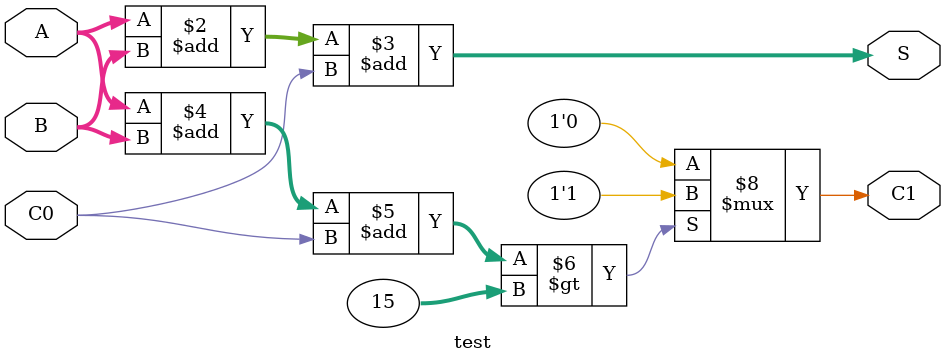
<source format=v>
`timescale 1ns / 1ps
module test(
    C0, A,B,C1,S
    );
	
	
	 input C0;
    input [3:0] A;
    input [3:0] B;
	 output [3:0] S;
	 output C1;
	 reg[3:0] S;
	 reg C1;
	
	 always @(A or B or C0)
	 begin
			S = A + B + C0;
			if(A + B + C0 > 15)
				C1 = 1;
			else
				C1 = 0;
	 end


endmodule
</source>
